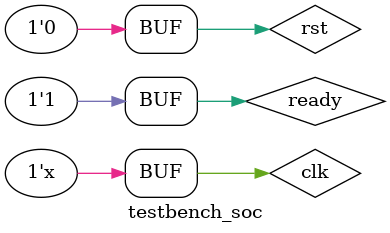
<source format=v>
`timescale 100ps/100ps

`define DELAY 20

module testbench_soc();

reg clk;
reg rst;
reg ready;

wire io_i2s_lrclk;
wire io_i2s_bclk;
wire io_i2s_data;

soc soc(
    .clk(clk),
    .rst(rst),
    .ready(ready),
    
    .int_pulse(16'h0),
    
    //output io_spi_cs,
    //output io_spi_clk,
    //output io_spi_mosi,
    .io_spi_miso(1'b0),
    
    .io_i2s_lrclk(io_i2s_lrclk),
    .io_i2s_bclk(io_i2s_bclk),
    .io_i2s_data(io_i2s_data),
    
    .mclk(1'b0),
    .init_wr(1'b0),
    .init_wr_data(8'h0)
);

initial clk = 0;
initial rst = 1;
initial ready = 0;

initial #1050 rst <= 0;
initial #1075 ready <= 1;

always #25 clk <= !clk;

endmodule

</source>
